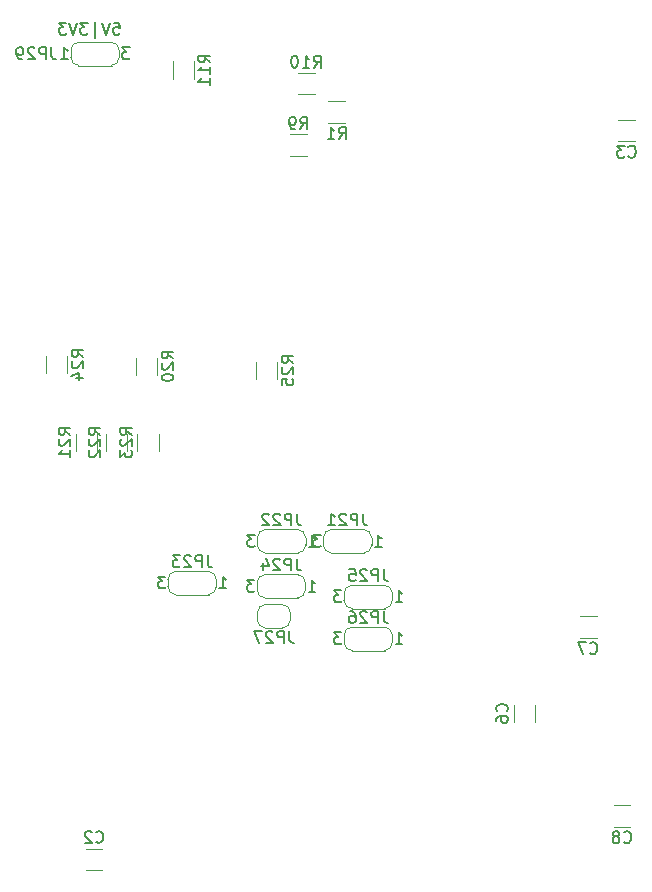
<source format=gbr>
%TF.GenerationSoftware,KiCad,Pcbnew,7.0.7-7.0.7~ubuntu20.04.1*%
%TF.CreationDate,2023-09-08T17:20:42+02:00*%
%TF.ProjectId,CPU_6809_board,4350555f-3638-4303-995f-626f6172642e,rev?*%
%TF.SameCoordinates,Original*%
%TF.FileFunction,Legend,Bot*%
%TF.FilePolarity,Positive*%
%FSLAX46Y46*%
G04 Gerber Fmt 4.6, Leading zero omitted, Abs format (unit mm)*
G04 Created by KiCad (PCBNEW 7.0.7-7.0.7~ubuntu20.04.1) date 2023-09-08 17:20:42*
%MOMM*%
%LPD*%
G01*
G04 APERTURE LIST*
%ADD10C,0.150000*%
%ADD11C,0.120000*%
G04 APERTURE END LIST*
D10*
X139826830Y-59982219D02*
X140303020Y-59982219D01*
X140303020Y-59982219D02*
X140350639Y-60458409D01*
X140350639Y-60458409D02*
X140303020Y-60410790D01*
X140303020Y-60410790D02*
X140207782Y-60363171D01*
X140207782Y-60363171D02*
X139969687Y-60363171D01*
X139969687Y-60363171D02*
X139874449Y-60410790D01*
X139874449Y-60410790D02*
X139826830Y-60458409D01*
X139826830Y-60458409D02*
X139779211Y-60553647D01*
X139779211Y-60553647D02*
X139779211Y-60791742D01*
X139779211Y-60791742D02*
X139826830Y-60886980D01*
X139826830Y-60886980D02*
X139874449Y-60934600D01*
X139874449Y-60934600D02*
X139969687Y-60982219D01*
X139969687Y-60982219D02*
X140207782Y-60982219D01*
X140207782Y-60982219D02*
X140303020Y-60934600D01*
X140303020Y-60934600D02*
X140350639Y-60886980D01*
X139493496Y-59982219D02*
X139160163Y-60982219D01*
X139160163Y-60982219D02*
X138826830Y-59982219D01*
X138255401Y-61315552D02*
X138255401Y-59886980D01*
X137636353Y-59982219D02*
X137017306Y-59982219D01*
X137017306Y-59982219D02*
X137350639Y-60363171D01*
X137350639Y-60363171D02*
X137207782Y-60363171D01*
X137207782Y-60363171D02*
X137112544Y-60410790D01*
X137112544Y-60410790D02*
X137064925Y-60458409D01*
X137064925Y-60458409D02*
X137017306Y-60553647D01*
X137017306Y-60553647D02*
X137017306Y-60791742D01*
X137017306Y-60791742D02*
X137064925Y-60886980D01*
X137064925Y-60886980D02*
X137112544Y-60934600D01*
X137112544Y-60934600D02*
X137207782Y-60982219D01*
X137207782Y-60982219D02*
X137493496Y-60982219D01*
X137493496Y-60982219D02*
X137588734Y-60934600D01*
X137588734Y-60934600D02*
X137636353Y-60886980D01*
X136731591Y-59982219D02*
X136398258Y-60982219D01*
X136398258Y-60982219D02*
X136064925Y-59982219D01*
X135826829Y-59982219D02*
X135207782Y-59982219D01*
X135207782Y-59982219D02*
X135541115Y-60363171D01*
X135541115Y-60363171D02*
X135398258Y-60363171D01*
X135398258Y-60363171D02*
X135303020Y-60410790D01*
X135303020Y-60410790D02*
X135255401Y-60458409D01*
X135255401Y-60458409D02*
X135207782Y-60553647D01*
X135207782Y-60553647D02*
X135207782Y-60791742D01*
X135207782Y-60791742D02*
X135255401Y-60886980D01*
X135255401Y-60886980D02*
X135303020Y-60934600D01*
X135303020Y-60934600D02*
X135398258Y-60982219D01*
X135398258Y-60982219D02*
X135683972Y-60982219D01*
X135683972Y-60982219D02*
X135779210Y-60934600D01*
X135779210Y-60934600D02*
X135826829Y-60886980D01*
X134557923Y-62065819D02*
X134557923Y-62780104D01*
X134557923Y-62780104D02*
X134605542Y-62922961D01*
X134605542Y-62922961D02*
X134700780Y-63018200D01*
X134700780Y-63018200D02*
X134843637Y-63065819D01*
X134843637Y-63065819D02*
X134938875Y-63065819D01*
X134081732Y-63065819D02*
X134081732Y-62065819D01*
X134081732Y-62065819D02*
X133700780Y-62065819D01*
X133700780Y-62065819D02*
X133605542Y-62113438D01*
X133605542Y-62113438D02*
X133557923Y-62161057D01*
X133557923Y-62161057D02*
X133510304Y-62256295D01*
X133510304Y-62256295D02*
X133510304Y-62399152D01*
X133510304Y-62399152D02*
X133557923Y-62494390D01*
X133557923Y-62494390D02*
X133605542Y-62542009D01*
X133605542Y-62542009D02*
X133700780Y-62589628D01*
X133700780Y-62589628D02*
X134081732Y-62589628D01*
X133129351Y-62161057D02*
X133081732Y-62113438D01*
X133081732Y-62113438D02*
X132986494Y-62065819D01*
X132986494Y-62065819D02*
X132748399Y-62065819D01*
X132748399Y-62065819D02*
X132653161Y-62113438D01*
X132653161Y-62113438D02*
X132605542Y-62161057D01*
X132605542Y-62161057D02*
X132557923Y-62256295D01*
X132557923Y-62256295D02*
X132557923Y-62351533D01*
X132557923Y-62351533D02*
X132605542Y-62494390D01*
X132605542Y-62494390D02*
X133176970Y-63065819D01*
X133176970Y-63065819D02*
X132557923Y-63065819D01*
X132081732Y-63065819D02*
X131891256Y-63065819D01*
X131891256Y-63065819D02*
X131796018Y-63018200D01*
X131796018Y-63018200D02*
X131748399Y-62970580D01*
X131748399Y-62970580D02*
X131653161Y-62827723D01*
X131653161Y-62827723D02*
X131605542Y-62637247D01*
X131605542Y-62637247D02*
X131605542Y-62256295D01*
X131605542Y-62256295D02*
X131653161Y-62161057D01*
X131653161Y-62161057D02*
X131700780Y-62113438D01*
X131700780Y-62113438D02*
X131796018Y-62065819D01*
X131796018Y-62065819D02*
X131986494Y-62065819D01*
X131986494Y-62065819D02*
X132081732Y-62113438D01*
X132081732Y-62113438D02*
X132129351Y-62161057D01*
X132129351Y-62161057D02*
X132176970Y-62256295D01*
X132176970Y-62256295D02*
X132176970Y-62494390D01*
X132176970Y-62494390D02*
X132129351Y-62589628D01*
X132129351Y-62589628D02*
X132081732Y-62637247D01*
X132081732Y-62637247D02*
X131986494Y-62684866D01*
X131986494Y-62684866D02*
X131796018Y-62684866D01*
X131796018Y-62684866D02*
X131700780Y-62637247D01*
X131700780Y-62637247D02*
X131653161Y-62589628D01*
X131653161Y-62589628D02*
X131605542Y-62494390D01*
X141190132Y-62065819D02*
X140571085Y-62065819D01*
X140571085Y-62065819D02*
X140904418Y-62446771D01*
X140904418Y-62446771D02*
X140761561Y-62446771D01*
X140761561Y-62446771D02*
X140666323Y-62494390D01*
X140666323Y-62494390D02*
X140618704Y-62542009D01*
X140618704Y-62542009D02*
X140571085Y-62637247D01*
X140571085Y-62637247D02*
X140571085Y-62875342D01*
X140571085Y-62875342D02*
X140618704Y-62970580D01*
X140618704Y-62970580D02*
X140666323Y-63018200D01*
X140666323Y-63018200D02*
X140761561Y-63065819D01*
X140761561Y-63065819D02*
X141047275Y-63065819D01*
X141047275Y-63065819D02*
X141142513Y-63018200D01*
X141142513Y-63018200D02*
X141190132Y-62970580D01*
X135371085Y-63065819D02*
X135942513Y-63065819D01*
X135656799Y-63065819D02*
X135656799Y-62065819D01*
X135656799Y-62065819D02*
X135752037Y-62208676D01*
X135752037Y-62208676D02*
X135847275Y-62303914D01*
X135847275Y-62303914D02*
X135942513Y-62351533D01*
X148020019Y-63340342D02*
X147543828Y-63007009D01*
X148020019Y-62768914D02*
X147020019Y-62768914D01*
X147020019Y-62768914D02*
X147020019Y-63149866D01*
X147020019Y-63149866D02*
X147067638Y-63245104D01*
X147067638Y-63245104D02*
X147115257Y-63292723D01*
X147115257Y-63292723D02*
X147210495Y-63340342D01*
X147210495Y-63340342D02*
X147353352Y-63340342D01*
X147353352Y-63340342D02*
X147448590Y-63292723D01*
X147448590Y-63292723D02*
X147496209Y-63245104D01*
X147496209Y-63245104D02*
X147543828Y-63149866D01*
X147543828Y-63149866D02*
X147543828Y-62768914D01*
X148020019Y-64292723D02*
X148020019Y-63721295D01*
X148020019Y-64007009D02*
X147020019Y-64007009D01*
X147020019Y-64007009D02*
X147162876Y-63911771D01*
X147162876Y-63911771D02*
X147258114Y-63816533D01*
X147258114Y-63816533D02*
X147305733Y-63721295D01*
X148020019Y-65245104D02*
X148020019Y-64673676D01*
X148020019Y-64959390D02*
X147020019Y-64959390D01*
X147020019Y-64959390D02*
X147162876Y-64864152D01*
X147162876Y-64864152D02*
X147258114Y-64768914D01*
X147258114Y-64768914D02*
X147305733Y-64673676D01*
X138344466Y-129319580D02*
X138392085Y-129367200D01*
X138392085Y-129367200D02*
X138534942Y-129414819D01*
X138534942Y-129414819D02*
X138630180Y-129414819D01*
X138630180Y-129414819D02*
X138773037Y-129367200D01*
X138773037Y-129367200D02*
X138868275Y-129271961D01*
X138868275Y-129271961D02*
X138915894Y-129176723D01*
X138915894Y-129176723D02*
X138963513Y-128986247D01*
X138963513Y-128986247D02*
X138963513Y-128843390D01*
X138963513Y-128843390D02*
X138915894Y-128652914D01*
X138915894Y-128652914D02*
X138868275Y-128557676D01*
X138868275Y-128557676D02*
X138773037Y-128462438D01*
X138773037Y-128462438D02*
X138630180Y-128414819D01*
X138630180Y-128414819D02*
X138534942Y-128414819D01*
X138534942Y-128414819D02*
X138392085Y-128462438D01*
X138392085Y-128462438D02*
X138344466Y-128510057D01*
X137963513Y-128510057D02*
X137915894Y-128462438D01*
X137915894Y-128462438D02*
X137820656Y-128414819D01*
X137820656Y-128414819D02*
X137582561Y-128414819D01*
X137582561Y-128414819D02*
X137487323Y-128462438D01*
X137487323Y-128462438D02*
X137439704Y-128510057D01*
X137439704Y-128510057D02*
X137392085Y-128605295D01*
X137392085Y-128605295D02*
X137392085Y-128700533D01*
X137392085Y-128700533D02*
X137439704Y-128843390D01*
X137439704Y-128843390D02*
X138011132Y-129414819D01*
X138011132Y-129414819D02*
X137392085Y-129414819D01*
X141382819Y-94861142D02*
X140906628Y-94527809D01*
X141382819Y-94289714D02*
X140382819Y-94289714D01*
X140382819Y-94289714D02*
X140382819Y-94670666D01*
X140382819Y-94670666D02*
X140430438Y-94765904D01*
X140430438Y-94765904D02*
X140478057Y-94813523D01*
X140478057Y-94813523D02*
X140573295Y-94861142D01*
X140573295Y-94861142D02*
X140716152Y-94861142D01*
X140716152Y-94861142D02*
X140811390Y-94813523D01*
X140811390Y-94813523D02*
X140859009Y-94765904D01*
X140859009Y-94765904D02*
X140906628Y-94670666D01*
X140906628Y-94670666D02*
X140906628Y-94289714D01*
X140478057Y-95242095D02*
X140430438Y-95289714D01*
X140430438Y-95289714D02*
X140382819Y-95384952D01*
X140382819Y-95384952D02*
X140382819Y-95623047D01*
X140382819Y-95623047D02*
X140430438Y-95718285D01*
X140430438Y-95718285D02*
X140478057Y-95765904D01*
X140478057Y-95765904D02*
X140573295Y-95813523D01*
X140573295Y-95813523D02*
X140668533Y-95813523D01*
X140668533Y-95813523D02*
X140811390Y-95765904D01*
X140811390Y-95765904D02*
X141382819Y-95194476D01*
X141382819Y-95194476D02*
X141382819Y-95813523D01*
X140382819Y-96146857D02*
X140382819Y-96765904D01*
X140382819Y-96765904D02*
X140763771Y-96432571D01*
X140763771Y-96432571D02*
X140763771Y-96575428D01*
X140763771Y-96575428D02*
X140811390Y-96670666D01*
X140811390Y-96670666D02*
X140859009Y-96718285D01*
X140859009Y-96718285D02*
X140954247Y-96765904D01*
X140954247Y-96765904D02*
X141192342Y-96765904D01*
X141192342Y-96765904D02*
X141287580Y-96718285D01*
X141287580Y-96718285D02*
X141335200Y-96670666D01*
X141335200Y-96670666D02*
X141382819Y-96575428D01*
X141382819Y-96575428D02*
X141382819Y-96289714D01*
X141382819Y-96289714D02*
X141335200Y-96194476D01*
X141335200Y-96194476D02*
X141287580Y-96146857D01*
X154710523Y-111490819D02*
X154710523Y-112205104D01*
X154710523Y-112205104D02*
X154758142Y-112347961D01*
X154758142Y-112347961D02*
X154853380Y-112443200D01*
X154853380Y-112443200D02*
X154996237Y-112490819D01*
X154996237Y-112490819D02*
X155091475Y-112490819D01*
X154234332Y-112490819D02*
X154234332Y-111490819D01*
X154234332Y-111490819D02*
X153853380Y-111490819D01*
X153853380Y-111490819D02*
X153758142Y-111538438D01*
X153758142Y-111538438D02*
X153710523Y-111586057D01*
X153710523Y-111586057D02*
X153662904Y-111681295D01*
X153662904Y-111681295D02*
X153662904Y-111824152D01*
X153662904Y-111824152D02*
X153710523Y-111919390D01*
X153710523Y-111919390D02*
X153758142Y-111967009D01*
X153758142Y-111967009D02*
X153853380Y-112014628D01*
X153853380Y-112014628D02*
X154234332Y-112014628D01*
X153281951Y-111586057D02*
X153234332Y-111538438D01*
X153234332Y-111538438D02*
X153139094Y-111490819D01*
X153139094Y-111490819D02*
X152900999Y-111490819D01*
X152900999Y-111490819D02*
X152805761Y-111538438D01*
X152805761Y-111538438D02*
X152758142Y-111586057D01*
X152758142Y-111586057D02*
X152710523Y-111681295D01*
X152710523Y-111681295D02*
X152710523Y-111776533D01*
X152710523Y-111776533D02*
X152758142Y-111919390D01*
X152758142Y-111919390D02*
X153329570Y-112490819D01*
X153329570Y-112490819D02*
X152710523Y-112490819D01*
X152377189Y-111490819D02*
X151710523Y-111490819D01*
X151710523Y-111490819D02*
X152139094Y-112490819D01*
X144895819Y-88410142D02*
X144419628Y-88076809D01*
X144895819Y-87838714D02*
X143895819Y-87838714D01*
X143895819Y-87838714D02*
X143895819Y-88219666D01*
X143895819Y-88219666D02*
X143943438Y-88314904D01*
X143943438Y-88314904D02*
X143991057Y-88362523D01*
X143991057Y-88362523D02*
X144086295Y-88410142D01*
X144086295Y-88410142D02*
X144229152Y-88410142D01*
X144229152Y-88410142D02*
X144324390Y-88362523D01*
X144324390Y-88362523D02*
X144372009Y-88314904D01*
X144372009Y-88314904D02*
X144419628Y-88219666D01*
X144419628Y-88219666D02*
X144419628Y-87838714D01*
X143991057Y-88791095D02*
X143943438Y-88838714D01*
X143943438Y-88838714D02*
X143895819Y-88933952D01*
X143895819Y-88933952D02*
X143895819Y-89172047D01*
X143895819Y-89172047D02*
X143943438Y-89267285D01*
X143943438Y-89267285D02*
X143991057Y-89314904D01*
X143991057Y-89314904D02*
X144086295Y-89362523D01*
X144086295Y-89362523D02*
X144181533Y-89362523D01*
X144181533Y-89362523D02*
X144324390Y-89314904D01*
X144324390Y-89314904D02*
X144895819Y-88743476D01*
X144895819Y-88743476D02*
X144895819Y-89362523D01*
X143895819Y-89981571D02*
X143895819Y-90076809D01*
X143895819Y-90076809D02*
X143943438Y-90172047D01*
X143943438Y-90172047D02*
X143991057Y-90219666D01*
X143991057Y-90219666D02*
X144086295Y-90267285D01*
X144086295Y-90267285D02*
X144276771Y-90314904D01*
X144276771Y-90314904D02*
X144514866Y-90314904D01*
X144514866Y-90314904D02*
X144705342Y-90267285D01*
X144705342Y-90267285D02*
X144800580Y-90219666D01*
X144800580Y-90219666D02*
X144848200Y-90172047D01*
X144848200Y-90172047D02*
X144895819Y-90076809D01*
X144895819Y-90076809D02*
X144895819Y-89981571D01*
X144895819Y-89981571D02*
X144848200Y-89886333D01*
X144848200Y-89886333D02*
X144800580Y-89838714D01*
X144800580Y-89838714D02*
X144705342Y-89791095D01*
X144705342Y-89791095D02*
X144514866Y-89743476D01*
X144514866Y-89743476D02*
X144276771Y-89743476D01*
X144276771Y-89743476D02*
X144086295Y-89791095D01*
X144086295Y-89791095D02*
X143991057Y-89838714D01*
X143991057Y-89838714D02*
X143943438Y-89886333D01*
X143943438Y-89886333D02*
X143895819Y-89981571D01*
X138715819Y-94861142D02*
X138239628Y-94527809D01*
X138715819Y-94289714D02*
X137715819Y-94289714D01*
X137715819Y-94289714D02*
X137715819Y-94670666D01*
X137715819Y-94670666D02*
X137763438Y-94765904D01*
X137763438Y-94765904D02*
X137811057Y-94813523D01*
X137811057Y-94813523D02*
X137906295Y-94861142D01*
X137906295Y-94861142D02*
X138049152Y-94861142D01*
X138049152Y-94861142D02*
X138144390Y-94813523D01*
X138144390Y-94813523D02*
X138192009Y-94765904D01*
X138192009Y-94765904D02*
X138239628Y-94670666D01*
X138239628Y-94670666D02*
X138239628Y-94289714D01*
X137811057Y-95242095D02*
X137763438Y-95289714D01*
X137763438Y-95289714D02*
X137715819Y-95384952D01*
X137715819Y-95384952D02*
X137715819Y-95623047D01*
X137715819Y-95623047D02*
X137763438Y-95718285D01*
X137763438Y-95718285D02*
X137811057Y-95765904D01*
X137811057Y-95765904D02*
X137906295Y-95813523D01*
X137906295Y-95813523D02*
X138001533Y-95813523D01*
X138001533Y-95813523D02*
X138144390Y-95765904D01*
X138144390Y-95765904D02*
X138715819Y-95194476D01*
X138715819Y-95194476D02*
X138715819Y-95813523D01*
X137811057Y-96194476D02*
X137763438Y-96242095D01*
X137763438Y-96242095D02*
X137715819Y-96337333D01*
X137715819Y-96337333D02*
X137715819Y-96575428D01*
X137715819Y-96575428D02*
X137763438Y-96670666D01*
X137763438Y-96670666D02*
X137811057Y-96718285D01*
X137811057Y-96718285D02*
X137906295Y-96765904D01*
X137906295Y-96765904D02*
X138001533Y-96765904D01*
X138001533Y-96765904D02*
X138144390Y-96718285D01*
X138144390Y-96718285D02*
X138715819Y-96146857D01*
X138715819Y-96146857D02*
X138715819Y-96765904D01*
X137275819Y-88283142D02*
X136799628Y-87949809D01*
X137275819Y-87711714D02*
X136275819Y-87711714D01*
X136275819Y-87711714D02*
X136275819Y-88092666D01*
X136275819Y-88092666D02*
X136323438Y-88187904D01*
X136323438Y-88187904D02*
X136371057Y-88235523D01*
X136371057Y-88235523D02*
X136466295Y-88283142D01*
X136466295Y-88283142D02*
X136609152Y-88283142D01*
X136609152Y-88283142D02*
X136704390Y-88235523D01*
X136704390Y-88235523D02*
X136752009Y-88187904D01*
X136752009Y-88187904D02*
X136799628Y-88092666D01*
X136799628Y-88092666D02*
X136799628Y-87711714D01*
X136371057Y-88664095D02*
X136323438Y-88711714D01*
X136323438Y-88711714D02*
X136275819Y-88806952D01*
X136275819Y-88806952D02*
X136275819Y-89045047D01*
X136275819Y-89045047D02*
X136323438Y-89140285D01*
X136323438Y-89140285D02*
X136371057Y-89187904D01*
X136371057Y-89187904D02*
X136466295Y-89235523D01*
X136466295Y-89235523D02*
X136561533Y-89235523D01*
X136561533Y-89235523D02*
X136704390Y-89187904D01*
X136704390Y-89187904D02*
X137275819Y-88616476D01*
X137275819Y-88616476D02*
X137275819Y-89235523D01*
X136609152Y-90092666D02*
X137275819Y-90092666D01*
X136228200Y-89854571D02*
X136942485Y-89616476D01*
X136942485Y-89616476D02*
X136942485Y-90235523D01*
X147791323Y-105071419D02*
X147791323Y-105785704D01*
X147791323Y-105785704D02*
X147838942Y-105928561D01*
X147838942Y-105928561D02*
X147934180Y-106023800D01*
X147934180Y-106023800D02*
X148077037Y-106071419D01*
X148077037Y-106071419D02*
X148172275Y-106071419D01*
X147315132Y-106071419D02*
X147315132Y-105071419D01*
X147315132Y-105071419D02*
X146934180Y-105071419D01*
X146934180Y-105071419D02*
X146838942Y-105119038D01*
X146838942Y-105119038D02*
X146791323Y-105166657D01*
X146791323Y-105166657D02*
X146743704Y-105261895D01*
X146743704Y-105261895D02*
X146743704Y-105404752D01*
X146743704Y-105404752D02*
X146791323Y-105499990D01*
X146791323Y-105499990D02*
X146838942Y-105547609D01*
X146838942Y-105547609D02*
X146934180Y-105595228D01*
X146934180Y-105595228D02*
X147315132Y-105595228D01*
X146362751Y-105166657D02*
X146315132Y-105119038D01*
X146315132Y-105119038D02*
X146219894Y-105071419D01*
X146219894Y-105071419D02*
X145981799Y-105071419D01*
X145981799Y-105071419D02*
X145886561Y-105119038D01*
X145886561Y-105119038D02*
X145838942Y-105166657D01*
X145838942Y-105166657D02*
X145791323Y-105261895D01*
X145791323Y-105261895D02*
X145791323Y-105357133D01*
X145791323Y-105357133D02*
X145838942Y-105499990D01*
X145838942Y-105499990D02*
X146410370Y-106071419D01*
X146410370Y-106071419D02*
X145791323Y-106071419D01*
X145457989Y-105071419D02*
X144838942Y-105071419D01*
X144838942Y-105071419D02*
X145172275Y-105452371D01*
X145172275Y-105452371D02*
X145029418Y-105452371D01*
X145029418Y-105452371D02*
X144934180Y-105499990D01*
X144934180Y-105499990D02*
X144886561Y-105547609D01*
X144886561Y-105547609D02*
X144838942Y-105642847D01*
X144838942Y-105642847D02*
X144838942Y-105880942D01*
X144838942Y-105880942D02*
X144886561Y-105976180D01*
X144886561Y-105976180D02*
X144934180Y-106023800D01*
X144934180Y-106023800D02*
X145029418Y-106071419D01*
X145029418Y-106071419D02*
X145315132Y-106071419D01*
X145315132Y-106071419D02*
X145410370Y-106023800D01*
X145410370Y-106023800D02*
X145457989Y-105976180D01*
X144215132Y-106871419D02*
X143596085Y-106871419D01*
X143596085Y-106871419D02*
X143929418Y-107252371D01*
X143929418Y-107252371D02*
X143786561Y-107252371D01*
X143786561Y-107252371D02*
X143691323Y-107299990D01*
X143691323Y-107299990D02*
X143643704Y-107347609D01*
X143643704Y-107347609D02*
X143596085Y-107442847D01*
X143596085Y-107442847D02*
X143596085Y-107680942D01*
X143596085Y-107680942D02*
X143643704Y-107776180D01*
X143643704Y-107776180D02*
X143691323Y-107823800D01*
X143691323Y-107823800D02*
X143786561Y-107871419D01*
X143786561Y-107871419D02*
X144072275Y-107871419D01*
X144072275Y-107871419D02*
X144167513Y-107823800D01*
X144167513Y-107823800D02*
X144215132Y-107776180D01*
X148796085Y-107871419D02*
X149367513Y-107871419D01*
X149081799Y-107871419D02*
X149081799Y-106871419D01*
X149081799Y-106871419D02*
X149177037Y-107014276D01*
X149177037Y-107014276D02*
X149272275Y-107109514D01*
X149272275Y-107109514D02*
X149367513Y-107157133D01*
X136175819Y-94861142D02*
X135699628Y-94527809D01*
X136175819Y-94289714D02*
X135175819Y-94289714D01*
X135175819Y-94289714D02*
X135175819Y-94670666D01*
X135175819Y-94670666D02*
X135223438Y-94765904D01*
X135223438Y-94765904D02*
X135271057Y-94813523D01*
X135271057Y-94813523D02*
X135366295Y-94861142D01*
X135366295Y-94861142D02*
X135509152Y-94861142D01*
X135509152Y-94861142D02*
X135604390Y-94813523D01*
X135604390Y-94813523D02*
X135652009Y-94765904D01*
X135652009Y-94765904D02*
X135699628Y-94670666D01*
X135699628Y-94670666D02*
X135699628Y-94289714D01*
X135271057Y-95242095D02*
X135223438Y-95289714D01*
X135223438Y-95289714D02*
X135175819Y-95384952D01*
X135175819Y-95384952D02*
X135175819Y-95623047D01*
X135175819Y-95623047D02*
X135223438Y-95718285D01*
X135223438Y-95718285D02*
X135271057Y-95765904D01*
X135271057Y-95765904D02*
X135366295Y-95813523D01*
X135366295Y-95813523D02*
X135461533Y-95813523D01*
X135461533Y-95813523D02*
X135604390Y-95765904D01*
X135604390Y-95765904D02*
X136175819Y-95194476D01*
X136175819Y-95194476D02*
X136175819Y-95813523D01*
X136175819Y-96765904D02*
X136175819Y-96194476D01*
X136175819Y-96480190D02*
X135175819Y-96480190D01*
X135175819Y-96480190D02*
X135318676Y-96384952D01*
X135318676Y-96384952D02*
X135413914Y-96289714D01*
X135413914Y-96289714D02*
X135461533Y-96194476D01*
X158896866Y-69833819D02*
X159230199Y-69357628D01*
X159468294Y-69833819D02*
X159468294Y-68833819D01*
X159468294Y-68833819D02*
X159087342Y-68833819D01*
X159087342Y-68833819D02*
X158992104Y-68881438D01*
X158992104Y-68881438D02*
X158944485Y-68929057D01*
X158944485Y-68929057D02*
X158896866Y-69024295D01*
X158896866Y-69024295D02*
X158896866Y-69167152D01*
X158896866Y-69167152D02*
X158944485Y-69262390D01*
X158944485Y-69262390D02*
X158992104Y-69310009D01*
X158992104Y-69310009D02*
X159087342Y-69357628D01*
X159087342Y-69357628D02*
X159468294Y-69357628D01*
X157944485Y-69833819D02*
X158515913Y-69833819D01*
X158230199Y-69833819D02*
X158230199Y-68833819D01*
X158230199Y-68833819D02*
X158325437Y-68976676D01*
X158325437Y-68976676D02*
X158420675Y-69071914D01*
X158420675Y-69071914D02*
X158515913Y-69119533D01*
X155055819Y-88791142D02*
X154579628Y-88457809D01*
X155055819Y-88219714D02*
X154055819Y-88219714D01*
X154055819Y-88219714D02*
X154055819Y-88600666D01*
X154055819Y-88600666D02*
X154103438Y-88695904D01*
X154103438Y-88695904D02*
X154151057Y-88743523D01*
X154151057Y-88743523D02*
X154246295Y-88791142D01*
X154246295Y-88791142D02*
X154389152Y-88791142D01*
X154389152Y-88791142D02*
X154484390Y-88743523D01*
X154484390Y-88743523D02*
X154532009Y-88695904D01*
X154532009Y-88695904D02*
X154579628Y-88600666D01*
X154579628Y-88600666D02*
X154579628Y-88219714D01*
X154151057Y-89172095D02*
X154103438Y-89219714D01*
X154103438Y-89219714D02*
X154055819Y-89314952D01*
X154055819Y-89314952D02*
X154055819Y-89553047D01*
X154055819Y-89553047D02*
X154103438Y-89648285D01*
X154103438Y-89648285D02*
X154151057Y-89695904D01*
X154151057Y-89695904D02*
X154246295Y-89743523D01*
X154246295Y-89743523D02*
X154341533Y-89743523D01*
X154341533Y-89743523D02*
X154484390Y-89695904D01*
X154484390Y-89695904D02*
X155055819Y-89124476D01*
X155055819Y-89124476D02*
X155055819Y-89743523D01*
X154055819Y-90648285D02*
X154055819Y-90172095D01*
X154055819Y-90172095D02*
X154532009Y-90124476D01*
X154532009Y-90124476D02*
X154484390Y-90172095D01*
X154484390Y-90172095D02*
X154436771Y-90267333D01*
X154436771Y-90267333D02*
X154436771Y-90505428D01*
X154436771Y-90505428D02*
X154484390Y-90600666D01*
X154484390Y-90600666D02*
X154532009Y-90648285D01*
X154532009Y-90648285D02*
X154627247Y-90695904D01*
X154627247Y-90695904D02*
X154865342Y-90695904D01*
X154865342Y-90695904D02*
X154960580Y-90648285D01*
X154960580Y-90648285D02*
X155008200Y-90600666D01*
X155008200Y-90600666D02*
X155055819Y-90505428D01*
X155055819Y-90505428D02*
X155055819Y-90267333D01*
X155055819Y-90267333D02*
X155008200Y-90172095D01*
X155008200Y-90172095D02*
X154960580Y-90124476D01*
X180174666Y-113345385D02*
X180222285Y-113393005D01*
X180222285Y-113393005D02*
X180365142Y-113440624D01*
X180365142Y-113440624D02*
X180460380Y-113440624D01*
X180460380Y-113440624D02*
X180603237Y-113393005D01*
X180603237Y-113393005D02*
X180698475Y-113297766D01*
X180698475Y-113297766D02*
X180746094Y-113202528D01*
X180746094Y-113202528D02*
X180793713Y-113012052D01*
X180793713Y-113012052D02*
X180793713Y-112869195D01*
X180793713Y-112869195D02*
X180746094Y-112678719D01*
X180746094Y-112678719D02*
X180698475Y-112583481D01*
X180698475Y-112583481D02*
X180603237Y-112488243D01*
X180603237Y-112488243D02*
X180460380Y-112440624D01*
X180460380Y-112440624D02*
X180365142Y-112440624D01*
X180365142Y-112440624D02*
X180222285Y-112488243D01*
X180222285Y-112488243D02*
X180174666Y-112535862D01*
X179841332Y-112440624D02*
X179174666Y-112440624D01*
X179174666Y-112440624D02*
X179603237Y-113440624D01*
X162696523Y-106245819D02*
X162696523Y-106960104D01*
X162696523Y-106960104D02*
X162744142Y-107102961D01*
X162744142Y-107102961D02*
X162839380Y-107198200D01*
X162839380Y-107198200D02*
X162982237Y-107245819D01*
X162982237Y-107245819D02*
X163077475Y-107245819D01*
X162220332Y-107245819D02*
X162220332Y-106245819D01*
X162220332Y-106245819D02*
X161839380Y-106245819D01*
X161839380Y-106245819D02*
X161744142Y-106293438D01*
X161744142Y-106293438D02*
X161696523Y-106341057D01*
X161696523Y-106341057D02*
X161648904Y-106436295D01*
X161648904Y-106436295D02*
X161648904Y-106579152D01*
X161648904Y-106579152D02*
X161696523Y-106674390D01*
X161696523Y-106674390D02*
X161744142Y-106722009D01*
X161744142Y-106722009D02*
X161839380Y-106769628D01*
X161839380Y-106769628D02*
X162220332Y-106769628D01*
X161267951Y-106341057D02*
X161220332Y-106293438D01*
X161220332Y-106293438D02*
X161125094Y-106245819D01*
X161125094Y-106245819D02*
X160886999Y-106245819D01*
X160886999Y-106245819D02*
X160791761Y-106293438D01*
X160791761Y-106293438D02*
X160744142Y-106341057D01*
X160744142Y-106341057D02*
X160696523Y-106436295D01*
X160696523Y-106436295D02*
X160696523Y-106531533D01*
X160696523Y-106531533D02*
X160744142Y-106674390D01*
X160744142Y-106674390D02*
X161315570Y-107245819D01*
X161315570Y-107245819D02*
X160696523Y-107245819D01*
X159791761Y-106245819D02*
X160267951Y-106245819D01*
X160267951Y-106245819D02*
X160315570Y-106722009D01*
X160315570Y-106722009D02*
X160267951Y-106674390D01*
X160267951Y-106674390D02*
X160172713Y-106626771D01*
X160172713Y-106626771D02*
X159934618Y-106626771D01*
X159934618Y-106626771D02*
X159839380Y-106674390D01*
X159839380Y-106674390D02*
X159791761Y-106722009D01*
X159791761Y-106722009D02*
X159744142Y-106817247D01*
X159744142Y-106817247D02*
X159744142Y-107055342D01*
X159744142Y-107055342D02*
X159791761Y-107150580D01*
X159791761Y-107150580D02*
X159839380Y-107198200D01*
X159839380Y-107198200D02*
X159934618Y-107245819D01*
X159934618Y-107245819D02*
X160172713Y-107245819D01*
X160172713Y-107245819D02*
X160267951Y-107198200D01*
X160267951Y-107198200D02*
X160315570Y-107150580D01*
X163701285Y-109045819D02*
X164272713Y-109045819D01*
X163986999Y-109045819D02*
X163986999Y-108045819D01*
X163986999Y-108045819D02*
X164082237Y-108188676D01*
X164082237Y-108188676D02*
X164177475Y-108283914D01*
X164177475Y-108283914D02*
X164272713Y-108331533D01*
X159120332Y-108045819D02*
X158501285Y-108045819D01*
X158501285Y-108045819D02*
X158834618Y-108426771D01*
X158834618Y-108426771D02*
X158691761Y-108426771D01*
X158691761Y-108426771D02*
X158596523Y-108474390D01*
X158596523Y-108474390D02*
X158548904Y-108522009D01*
X158548904Y-108522009D02*
X158501285Y-108617247D01*
X158501285Y-108617247D02*
X158501285Y-108855342D01*
X158501285Y-108855342D02*
X158548904Y-108950580D01*
X158548904Y-108950580D02*
X158596523Y-108998200D01*
X158596523Y-108998200D02*
X158691761Y-109045819D01*
X158691761Y-109045819D02*
X158977475Y-109045819D01*
X158977475Y-109045819D02*
X159072713Y-108998200D01*
X159072713Y-108998200D02*
X159120332Y-108950580D01*
X183046666Y-129347385D02*
X183094285Y-129395005D01*
X183094285Y-129395005D02*
X183237142Y-129442624D01*
X183237142Y-129442624D02*
X183332380Y-129442624D01*
X183332380Y-129442624D02*
X183475237Y-129395005D01*
X183475237Y-129395005D02*
X183570475Y-129299766D01*
X183570475Y-129299766D02*
X183618094Y-129204528D01*
X183618094Y-129204528D02*
X183665713Y-129014052D01*
X183665713Y-129014052D02*
X183665713Y-128871195D01*
X183665713Y-128871195D02*
X183618094Y-128680719D01*
X183618094Y-128680719D02*
X183570475Y-128585481D01*
X183570475Y-128585481D02*
X183475237Y-128490243D01*
X183475237Y-128490243D02*
X183332380Y-128442624D01*
X183332380Y-128442624D02*
X183237142Y-128442624D01*
X183237142Y-128442624D02*
X183094285Y-128490243D01*
X183094285Y-128490243D02*
X183046666Y-128537862D01*
X182475237Y-128871195D02*
X182570475Y-128823576D01*
X182570475Y-128823576D02*
X182618094Y-128775957D01*
X182618094Y-128775957D02*
X182665713Y-128680719D01*
X182665713Y-128680719D02*
X182665713Y-128633100D01*
X182665713Y-128633100D02*
X182618094Y-128537862D01*
X182618094Y-128537862D02*
X182570475Y-128490243D01*
X182570475Y-128490243D02*
X182475237Y-128442624D01*
X182475237Y-128442624D02*
X182284761Y-128442624D01*
X182284761Y-128442624D02*
X182189523Y-128490243D01*
X182189523Y-128490243D02*
X182141904Y-128537862D01*
X182141904Y-128537862D02*
X182094285Y-128633100D01*
X182094285Y-128633100D02*
X182094285Y-128680719D01*
X182094285Y-128680719D02*
X182141904Y-128775957D01*
X182141904Y-128775957D02*
X182189523Y-128823576D01*
X182189523Y-128823576D02*
X182284761Y-128871195D01*
X182284761Y-128871195D02*
X182475237Y-128871195D01*
X182475237Y-128871195D02*
X182570475Y-128918814D01*
X182570475Y-128918814D02*
X182618094Y-128966433D01*
X182618094Y-128966433D02*
X182665713Y-129061671D01*
X182665713Y-129061671D02*
X182665713Y-129252147D01*
X182665713Y-129252147D02*
X182618094Y-129347385D01*
X182618094Y-129347385D02*
X182570475Y-129395005D01*
X182570475Y-129395005D02*
X182475237Y-129442624D01*
X182475237Y-129442624D02*
X182284761Y-129442624D01*
X182284761Y-129442624D02*
X182189523Y-129395005D01*
X182189523Y-129395005D02*
X182141904Y-129347385D01*
X182141904Y-129347385D02*
X182094285Y-129252147D01*
X182094285Y-129252147D02*
X182094285Y-129061671D01*
X182094285Y-129061671D02*
X182141904Y-128966433D01*
X182141904Y-128966433D02*
X182189523Y-128918814D01*
X182189523Y-128918814D02*
X182284761Y-128871195D01*
X183427666Y-71297580D02*
X183475285Y-71345200D01*
X183475285Y-71345200D02*
X183618142Y-71392819D01*
X183618142Y-71392819D02*
X183713380Y-71392819D01*
X183713380Y-71392819D02*
X183856237Y-71345200D01*
X183856237Y-71345200D02*
X183951475Y-71249961D01*
X183951475Y-71249961D02*
X183999094Y-71154723D01*
X183999094Y-71154723D02*
X184046713Y-70964247D01*
X184046713Y-70964247D02*
X184046713Y-70821390D01*
X184046713Y-70821390D02*
X183999094Y-70630914D01*
X183999094Y-70630914D02*
X183951475Y-70535676D01*
X183951475Y-70535676D02*
X183856237Y-70440438D01*
X183856237Y-70440438D02*
X183713380Y-70392819D01*
X183713380Y-70392819D02*
X183618142Y-70392819D01*
X183618142Y-70392819D02*
X183475285Y-70440438D01*
X183475285Y-70440438D02*
X183427666Y-70488057D01*
X183094332Y-70392819D02*
X182475285Y-70392819D01*
X182475285Y-70392819D02*
X182808618Y-70773771D01*
X182808618Y-70773771D02*
X182665761Y-70773771D01*
X182665761Y-70773771D02*
X182570523Y-70821390D01*
X182570523Y-70821390D02*
X182522904Y-70869009D01*
X182522904Y-70869009D02*
X182475285Y-70964247D01*
X182475285Y-70964247D02*
X182475285Y-71202342D01*
X182475285Y-71202342D02*
X182522904Y-71297580D01*
X182522904Y-71297580D02*
X182570523Y-71345200D01*
X182570523Y-71345200D02*
X182665761Y-71392819D01*
X182665761Y-71392819D02*
X182951475Y-71392819D01*
X182951475Y-71392819D02*
X183046713Y-71345200D01*
X183046713Y-71345200D02*
X183094332Y-71297580D01*
X160948523Y-101540819D02*
X160948523Y-102255104D01*
X160948523Y-102255104D02*
X160996142Y-102397961D01*
X160996142Y-102397961D02*
X161091380Y-102493200D01*
X161091380Y-102493200D02*
X161234237Y-102540819D01*
X161234237Y-102540819D02*
X161329475Y-102540819D01*
X160472332Y-102540819D02*
X160472332Y-101540819D01*
X160472332Y-101540819D02*
X160091380Y-101540819D01*
X160091380Y-101540819D02*
X159996142Y-101588438D01*
X159996142Y-101588438D02*
X159948523Y-101636057D01*
X159948523Y-101636057D02*
X159900904Y-101731295D01*
X159900904Y-101731295D02*
X159900904Y-101874152D01*
X159900904Y-101874152D02*
X159948523Y-101969390D01*
X159948523Y-101969390D02*
X159996142Y-102017009D01*
X159996142Y-102017009D02*
X160091380Y-102064628D01*
X160091380Y-102064628D02*
X160472332Y-102064628D01*
X159519951Y-101636057D02*
X159472332Y-101588438D01*
X159472332Y-101588438D02*
X159377094Y-101540819D01*
X159377094Y-101540819D02*
X159138999Y-101540819D01*
X159138999Y-101540819D02*
X159043761Y-101588438D01*
X159043761Y-101588438D02*
X158996142Y-101636057D01*
X158996142Y-101636057D02*
X158948523Y-101731295D01*
X158948523Y-101731295D02*
X158948523Y-101826533D01*
X158948523Y-101826533D02*
X158996142Y-101969390D01*
X158996142Y-101969390D02*
X159567570Y-102540819D01*
X159567570Y-102540819D02*
X158948523Y-102540819D01*
X157996142Y-102540819D02*
X158567570Y-102540819D01*
X158281856Y-102540819D02*
X158281856Y-101540819D01*
X158281856Y-101540819D02*
X158377094Y-101683676D01*
X158377094Y-101683676D02*
X158472332Y-101778914D01*
X158472332Y-101778914D02*
X158567570Y-101826533D01*
X157372332Y-103340819D02*
X156753285Y-103340819D01*
X156753285Y-103340819D02*
X157086618Y-103721771D01*
X157086618Y-103721771D02*
X156943761Y-103721771D01*
X156943761Y-103721771D02*
X156848523Y-103769390D01*
X156848523Y-103769390D02*
X156800904Y-103817009D01*
X156800904Y-103817009D02*
X156753285Y-103912247D01*
X156753285Y-103912247D02*
X156753285Y-104150342D01*
X156753285Y-104150342D02*
X156800904Y-104245580D01*
X156800904Y-104245580D02*
X156848523Y-104293200D01*
X156848523Y-104293200D02*
X156943761Y-104340819D01*
X156943761Y-104340819D02*
X157229475Y-104340819D01*
X157229475Y-104340819D02*
X157324713Y-104293200D01*
X157324713Y-104293200D02*
X157372332Y-104245580D01*
X161953285Y-104340819D02*
X162524713Y-104340819D01*
X162238999Y-104340819D02*
X162238999Y-103340819D01*
X162238999Y-103340819D02*
X162334237Y-103483676D01*
X162334237Y-103483676D02*
X162429475Y-103578914D01*
X162429475Y-103578914D02*
X162524713Y-103626533D01*
X156781657Y-63780819D02*
X157114990Y-63304628D01*
X157353085Y-63780819D02*
X157353085Y-62780819D01*
X157353085Y-62780819D02*
X156972133Y-62780819D01*
X156972133Y-62780819D02*
X156876895Y-62828438D01*
X156876895Y-62828438D02*
X156829276Y-62876057D01*
X156829276Y-62876057D02*
X156781657Y-62971295D01*
X156781657Y-62971295D02*
X156781657Y-63114152D01*
X156781657Y-63114152D02*
X156829276Y-63209390D01*
X156829276Y-63209390D02*
X156876895Y-63257009D01*
X156876895Y-63257009D02*
X156972133Y-63304628D01*
X156972133Y-63304628D02*
X157353085Y-63304628D01*
X155829276Y-63780819D02*
X156400704Y-63780819D01*
X156114990Y-63780819D02*
X156114990Y-62780819D01*
X156114990Y-62780819D02*
X156210228Y-62923676D01*
X156210228Y-62923676D02*
X156305466Y-63018914D01*
X156305466Y-63018914D02*
X156400704Y-63066533D01*
X155210228Y-62780819D02*
X155114990Y-62780819D01*
X155114990Y-62780819D02*
X155019752Y-62828438D01*
X155019752Y-62828438D02*
X154972133Y-62876057D01*
X154972133Y-62876057D02*
X154924514Y-62971295D01*
X154924514Y-62971295D02*
X154876895Y-63161771D01*
X154876895Y-63161771D02*
X154876895Y-63399866D01*
X154876895Y-63399866D02*
X154924514Y-63590342D01*
X154924514Y-63590342D02*
X154972133Y-63685580D01*
X154972133Y-63685580D02*
X155019752Y-63733200D01*
X155019752Y-63733200D02*
X155114990Y-63780819D01*
X155114990Y-63780819D02*
X155210228Y-63780819D01*
X155210228Y-63780819D02*
X155305466Y-63733200D01*
X155305466Y-63733200D02*
X155353085Y-63685580D01*
X155353085Y-63685580D02*
X155400704Y-63590342D01*
X155400704Y-63590342D02*
X155448323Y-63399866D01*
X155448323Y-63399866D02*
X155448323Y-63161771D01*
X155448323Y-63161771D02*
X155400704Y-62971295D01*
X155400704Y-62971295D02*
X155353085Y-62876057D01*
X155353085Y-62876057D02*
X155305466Y-62828438D01*
X155305466Y-62828438D02*
X155210228Y-62780819D01*
X155644466Y-68987819D02*
X155977799Y-68511628D01*
X156215894Y-68987819D02*
X156215894Y-67987819D01*
X156215894Y-67987819D02*
X155834942Y-67987819D01*
X155834942Y-67987819D02*
X155739704Y-68035438D01*
X155739704Y-68035438D02*
X155692085Y-68083057D01*
X155692085Y-68083057D02*
X155644466Y-68178295D01*
X155644466Y-68178295D02*
X155644466Y-68321152D01*
X155644466Y-68321152D02*
X155692085Y-68416390D01*
X155692085Y-68416390D02*
X155739704Y-68464009D01*
X155739704Y-68464009D02*
X155834942Y-68511628D01*
X155834942Y-68511628D02*
X156215894Y-68511628D01*
X155168275Y-68987819D02*
X154977799Y-68987819D01*
X154977799Y-68987819D02*
X154882561Y-68940200D01*
X154882561Y-68940200D02*
X154834942Y-68892580D01*
X154834942Y-68892580D02*
X154739704Y-68749723D01*
X154739704Y-68749723D02*
X154692085Y-68559247D01*
X154692085Y-68559247D02*
X154692085Y-68178295D01*
X154692085Y-68178295D02*
X154739704Y-68083057D01*
X154739704Y-68083057D02*
X154787323Y-68035438D01*
X154787323Y-68035438D02*
X154882561Y-67987819D01*
X154882561Y-67987819D02*
X155073037Y-67987819D01*
X155073037Y-67987819D02*
X155168275Y-68035438D01*
X155168275Y-68035438D02*
X155215894Y-68083057D01*
X155215894Y-68083057D02*
X155263513Y-68178295D01*
X155263513Y-68178295D02*
X155263513Y-68416390D01*
X155263513Y-68416390D02*
X155215894Y-68511628D01*
X155215894Y-68511628D02*
X155168275Y-68559247D01*
X155168275Y-68559247D02*
X155073037Y-68606866D01*
X155073037Y-68606866D02*
X154882561Y-68606866D01*
X154882561Y-68606866D02*
X154787323Y-68559247D01*
X154787323Y-68559247D02*
X154739704Y-68511628D01*
X154739704Y-68511628D02*
X154692085Y-68416390D01*
X173134580Y-118286138D02*
X173182200Y-118238519D01*
X173182200Y-118238519D02*
X173229819Y-118095662D01*
X173229819Y-118095662D02*
X173229819Y-118000424D01*
X173229819Y-118000424D02*
X173182200Y-117857567D01*
X173182200Y-117857567D02*
X173086961Y-117762329D01*
X173086961Y-117762329D02*
X172991723Y-117714710D01*
X172991723Y-117714710D02*
X172801247Y-117667091D01*
X172801247Y-117667091D02*
X172658390Y-117667091D01*
X172658390Y-117667091D02*
X172467914Y-117714710D01*
X172467914Y-117714710D02*
X172372676Y-117762329D01*
X172372676Y-117762329D02*
X172277438Y-117857567D01*
X172277438Y-117857567D02*
X172229819Y-118000424D01*
X172229819Y-118000424D02*
X172229819Y-118095662D01*
X172229819Y-118095662D02*
X172277438Y-118238519D01*
X172277438Y-118238519D02*
X172325057Y-118286138D01*
X172229819Y-119143281D02*
X172229819Y-118952805D01*
X172229819Y-118952805D02*
X172277438Y-118857567D01*
X172277438Y-118857567D02*
X172325057Y-118809948D01*
X172325057Y-118809948D02*
X172467914Y-118714710D01*
X172467914Y-118714710D02*
X172658390Y-118667091D01*
X172658390Y-118667091D02*
X173039342Y-118667091D01*
X173039342Y-118667091D02*
X173134580Y-118714710D01*
X173134580Y-118714710D02*
X173182200Y-118762329D01*
X173182200Y-118762329D02*
X173229819Y-118857567D01*
X173229819Y-118857567D02*
X173229819Y-119048043D01*
X173229819Y-119048043D02*
X173182200Y-119143281D01*
X173182200Y-119143281D02*
X173134580Y-119190900D01*
X173134580Y-119190900D02*
X173039342Y-119238519D01*
X173039342Y-119238519D02*
X172801247Y-119238519D01*
X172801247Y-119238519D02*
X172706009Y-119190900D01*
X172706009Y-119190900D02*
X172658390Y-119143281D01*
X172658390Y-119143281D02*
X172610771Y-119048043D01*
X172610771Y-119048043D02*
X172610771Y-118857567D01*
X172610771Y-118857567D02*
X172658390Y-118762329D01*
X172658390Y-118762329D02*
X172706009Y-118714710D01*
X172706009Y-118714710D02*
X172801247Y-118667091D01*
X155360523Y-101540819D02*
X155360523Y-102255104D01*
X155360523Y-102255104D02*
X155408142Y-102397961D01*
X155408142Y-102397961D02*
X155503380Y-102493200D01*
X155503380Y-102493200D02*
X155646237Y-102540819D01*
X155646237Y-102540819D02*
X155741475Y-102540819D01*
X154884332Y-102540819D02*
X154884332Y-101540819D01*
X154884332Y-101540819D02*
X154503380Y-101540819D01*
X154503380Y-101540819D02*
X154408142Y-101588438D01*
X154408142Y-101588438D02*
X154360523Y-101636057D01*
X154360523Y-101636057D02*
X154312904Y-101731295D01*
X154312904Y-101731295D02*
X154312904Y-101874152D01*
X154312904Y-101874152D02*
X154360523Y-101969390D01*
X154360523Y-101969390D02*
X154408142Y-102017009D01*
X154408142Y-102017009D02*
X154503380Y-102064628D01*
X154503380Y-102064628D02*
X154884332Y-102064628D01*
X153931951Y-101636057D02*
X153884332Y-101588438D01*
X153884332Y-101588438D02*
X153789094Y-101540819D01*
X153789094Y-101540819D02*
X153550999Y-101540819D01*
X153550999Y-101540819D02*
X153455761Y-101588438D01*
X153455761Y-101588438D02*
X153408142Y-101636057D01*
X153408142Y-101636057D02*
X153360523Y-101731295D01*
X153360523Y-101731295D02*
X153360523Y-101826533D01*
X153360523Y-101826533D02*
X153408142Y-101969390D01*
X153408142Y-101969390D02*
X153979570Y-102540819D01*
X153979570Y-102540819D02*
X153360523Y-102540819D01*
X152979570Y-101636057D02*
X152931951Y-101588438D01*
X152931951Y-101588438D02*
X152836713Y-101540819D01*
X152836713Y-101540819D02*
X152598618Y-101540819D01*
X152598618Y-101540819D02*
X152503380Y-101588438D01*
X152503380Y-101588438D02*
X152455761Y-101636057D01*
X152455761Y-101636057D02*
X152408142Y-101731295D01*
X152408142Y-101731295D02*
X152408142Y-101826533D01*
X152408142Y-101826533D02*
X152455761Y-101969390D01*
X152455761Y-101969390D02*
X153027189Y-102540819D01*
X153027189Y-102540819D02*
X152408142Y-102540819D01*
X151784332Y-103340819D02*
X151165285Y-103340819D01*
X151165285Y-103340819D02*
X151498618Y-103721771D01*
X151498618Y-103721771D02*
X151355761Y-103721771D01*
X151355761Y-103721771D02*
X151260523Y-103769390D01*
X151260523Y-103769390D02*
X151212904Y-103817009D01*
X151212904Y-103817009D02*
X151165285Y-103912247D01*
X151165285Y-103912247D02*
X151165285Y-104150342D01*
X151165285Y-104150342D02*
X151212904Y-104245580D01*
X151212904Y-104245580D02*
X151260523Y-104293200D01*
X151260523Y-104293200D02*
X151355761Y-104340819D01*
X151355761Y-104340819D02*
X151641475Y-104340819D01*
X151641475Y-104340819D02*
X151736713Y-104293200D01*
X151736713Y-104293200D02*
X151784332Y-104245580D01*
X156365285Y-104340819D02*
X156936713Y-104340819D01*
X156650999Y-104340819D02*
X156650999Y-103340819D01*
X156650999Y-103340819D02*
X156746237Y-103483676D01*
X156746237Y-103483676D02*
X156841475Y-103578914D01*
X156841475Y-103578914D02*
X156936713Y-103626533D01*
X155330523Y-105350819D02*
X155330523Y-106065104D01*
X155330523Y-106065104D02*
X155378142Y-106207961D01*
X155378142Y-106207961D02*
X155473380Y-106303200D01*
X155473380Y-106303200D02*
X155616237Y-106350819D01*
X155616237Y-106350819D02*
X155711475Y-106350819D01*
X154854332Y-106350819D02*
X154854332Y-105350819D01*
X154854332Y-105350819D02*
X154473380Y-105350819D01*
X154473380Y-105350819D02*
X154378142Y-105398438D01*
X154378142Y-105398438D02*
X154330523Y-105446057D01*
X154330523Y-105446057D02*
X154282904Y-105541295D01*
X154282904Y-105541295D02*
X154282904Y-105684152D01*
X154282904Y-105684152D02*
X154330523Y-105779390D01*
X154330523Y-105779390D02*
X154378142Y-105827009D01*
X154378142Y-105827009D02*
X154473380Y-105874628D01*
X154473380Y-105874628D02*
X154854332Y-105874628D01*
X153901951Y-105446057D02*
X153854332Y-105398438D01*
X153854332Y-105398438D02*
X153759094Y-105350819D01*
X153759094Y-105350819D02*
X153520999Y-105350819D01*
X153520999Y-105350819D02*
X153425761Y-105398438D01*
X153425761Y-105398438D02*
X153378142Y-105446057D01*
X153378142Y-105446057D02*
X153330523Y-105541295D01*
X153330523Y-105541295D02*
X153330523Y-105636533D01*
X153330523Y-105636533D02*
X153378142Y-105779390D01*
X153378142Y-105779390D02*
X153949570Y-106350819D01*
X153949570Y-106350819D02*
X153330523Y-106350819D01*
X152473380Y-105684152D02*
X152473380Y-106350819D01*
X152711475Y-105303200D02*
X152949570Y-106017485D01*
X152949570Y-106017485D02*
X152330523Y-106017485D01*
X156335285Y-108150819D02*
X156906713Y-108150819D01*
X156620999Y-108150819D02*
X156620999Y-107150819D01*
X156620999Y-107150819D02*
X156716237Y-107293676D01*
X156716237Y-107293676D02*
X156811475Y-107388914D01*
X156811475Y-107388914D02*
X156906713Y-107436533D01*
X151754332Y-107150819D02*
X151135285Y-107150819D01*
X151135285Y-107150819D02*
X151468618Y-107531771D01*
X151468618Y-107531771D02*
X151325761Y-107531771D01*
X151325761Y-107531771D02*
X151230523Y-107579390D01*
X151230523Y-107579390D02*
X151182904Y-107627009D01*
X151182904Y-107627009D02*
X151135285Y-107722247D01*
X151135285Y-107722247D02*
X151135285Y-107960342D01*
X151135285Y-107960342D02*
X151182904Y-108055580D01*
X151182904Y-108055580D02*
X151230523Y-108103200D01*
X151230523Y-108103200D02*
X151325761Y-108150819D01*
X151325761Y-108150819D02*
X151611475Y-108150819D01*
X151611475Y-108150819D02*
X151706713Y-108103200D01*
X151706713Y-108103200D02*
X151754332Y-108055580D01*
X162696523Y-109795819D02*
X162696523Y-110510104D01*
X162696523Y-110510104D02*
X162744142Y-110652961D01*
X162744142Y-110652961D02*
X162839380Y-110748200D01*
X162839380Y-110748200D02*
X162982237Y-110795819D01*
X162982237Y-110795819D02*
X163077475Y-110795819D01*
X162220332Y-110795819D02*
X162220332Y-109795819D01*
X162220332Y-109795819D02*
X161839380Y-109795819D01*
X161839380Y-109795819D02*
X161744142Y-109843438D01*
X161744142Y-109843438D02*
X161696523Y-109891057D01*
X161696523Y-109891057D02*
X161648904Y-109986295D01*
X161648904Y-109986295D02*
X161648904Y-110129152D01*
X161648904Y-110129152D02*
X161696523Y-110224390D01*
X161696523Y-110224390D02*
X161744142Y-110272009D01*
X161744142Y-110272009D02*
X161839380Y-110319628D01*
X161839380Y-110319628D02*
X162220332Y-110319628D01*
X161267951Y-109891057D02*
X161220332Y-109843438D01*
X161220332Y-109843438D02*
X161125094Y-109795819D01*
X161125094Y-109795819D02*
X160886999Y-109795819D01*
X160886999Y-109795819D02*
X160791761Y-109843438D01*
X160791761Y-109843438D02*
X160744142Y-109891057D01*
X160744142Y-109891057D02*
X160696523Y-109986295D01*
X160696523Y-109986295D02*
X160696523Y-110081533D01*
X160696523Y-110081533D02*
X160744142Y-110224390D01*
X160744142Y-110224390D02*
X161315570Y-110795819D01*
X161315570Y-110795819D02*
X160696523Y-110795819D01*
X159839380Y-109795819D02*
X160029856Y-109795819D01*
X160029856Y-109795819D02*
X160125094Y-109843438D01*
X160125094Y-109843438D02*
X160172713Y-109891057D01*
X160172713Y-109891057D02*
X160267951Y-110033914D01*
X160267951Y-110033914D02*
X160315570Y-110224390D01*
X160315570Y-110224390D02*
X160315570Y-110605342D01*
X160315570Y-110605342D02*
X160267951Y-110700580D01*
X160267951Y-110700580D02*
X160220332Y-110748200D01*
X160220332Y-110748200D02*
X160125094Y-110795819D01*
X160125094Y-110795819D02*
X159934618Y-110795819D01*
X159934618Y-110795819D02*
X159839380Y-110748200D01*
X159839380Y-110748200D02*
X159791761Y-110700580D01*
X159791761Y-110700580D02*
X159744142Y-110605342D01*
X159744142Y-110605342D02*
X159744142Y-110367247D01*
X159744142Y-110367247D02*
X159791761Y-110272009D01*
X159791761Y-110272009D02*
X159839380Y-110224390D01*
X159839380Y-110224390D02*
X159934618Y-110176771D01*
X159934618Y-110176771D02*
X160125094Y-110176771D01*
X160125094Y-110176771D02*
X160220332Y-110224390D01*
X160220332Y-110224390D02*
X160267951Y-110272009D01*
X160267951Y-110272009D02*
X160315570Y-110367247D01*
X163701285Y-112595819D02*
X164272713Y-112595819D01*
X163986999Y-112595819D02*
X163986999Y-111595819D01*
X163986999Y-111595819D02*
X164082237Y-111738676D01*
X164082237Y-111738676D02*
X164177475Y-111833914D01*
X164177475Y-111833914D02*
X164272713Y-111881533D01*
X159120332Y-111595819D02*
X158501285Y-111595819D01*
X158501285Y-111595819D02*
X158834618Y-111976771D01*
X158834618Y-111976771D02*
X158691761Y-111976771D01*
X158691761Y-111976771D02*
X158596523Y-112024390D01*
X158596523Y-112024390D02*
X158548904Y-112072009D01*
X158548904Y-112072009D02*
X158501285Y-112167247D01*
X158501285Y-112167247D02*
X158501285Y-112405342D01*
X158501285Y-112405342D02*
X158548904Y-112500580D01*
X158548904Y-112500580D02*
X158596523Y-112548200D01*
X158596523Y-112548200D02*
X158691761Y-112595819D01*
X158691761Y-112595819D02*
X158977475Y-112595819D01*
X158977475Y-112595819D02*
X159072713Y-112548200D01*
X159072713Y-112548200D02*
X159120332Y-112500580D01*
D11*
%TO.C,JP29*%
X136206800Y-62311000D02*
X136206800Y-62911000D01*
X136856800Y-63611000D02*
X139656800Y-63611000D01*
X139656800Y-61611000D02*
X136856800Y-61611000D01*
X140306800Y-62911000D02*
X140306800Y-62311000D01*
X136906800Y-61611000D02*
G75*
G03*
X136206800Y-62311000I-1J-699999D01*
G01*
X136206800Y-62911000D02*
G75*
G03*
X136906800Y-63611000I699999J-1D01*
G01*
X140306800Y-62311000D02*
G75*
G03*
X139606800Y-61611000I-700000J0D01*
G01*
X139606800Y-63611000D02*
G75*
G03*
X140306800Y-62911000I0J700000D01*
G01*
%TO.C,R11*%
X144835200Y-64710264D02*
X144835200Y-63256136D01*
X146655200Y-64710264D02*
X146655200Y-63256136D01*
%TO.C,C2*%
X138889052Y-131720000D02*
X137466548Y-131720000D01*
X138889052Y-129900000D02*
X137466548Y-129900000D01*
%TO.C,R23*%
X143658000Y-94776936D02*
X143658000Y-96231064D01*
X141838000Y-94776936D02*
X141838000Y-96231064D01*
%TO.C,JP27*%
X152001000Y-109936000D02*
X152001000Y-110536000D01*
X152701000Y-111236000D02*
X154101000Y-111236000D01*
X154101000Y-109236000D02*
X152701000Y-109236000D01*
X154801000Y-110536000D02*
X154801000Y-109936000D01*
X152701000Y-109236000D02*
G75*
G03*
X152001000Y-109936000I-1J-699999D01*
G01*
X152001000Y-110536000D02*
G75*
G03*
X152701000Y-111236000I699999J-1D01*
G01*
X154801000Y-109936000D02*
G75*
G03*
X154101000Y-109236000I-700000J0D01*
G01*
X154101000Y-111236000D02*
G75*
G03*
X154801000Y-110536000I0J700000D01*
G01*
%TO.C,R20*%
X141711000Y-89780064D02*
X141711000Y-88325936D01*
X143531000Y-89780064D02*
X143531000Y-88325936D01*
%TO.C,R22*%
X140991000Y-94776936D02*
X140991000Y-96231064D01*
X139171000Y-94776936D02*
X139171000Y-96231064D01*
%TO.C,R24*%
X134091000Y-89653064D02*
X134091000Y-88198936D01*
X135911000Y-89653064D02*
X135911000Y-88198936D01*
%TO.C,JP23*%
X148531800Y-107716600D02*
X148531800Y-107116600D01*
X147881800Y-106416600D02*
X145081800Y-106416600D01*
X145081800Y-108416600D02*
X147881800Y-108416600D01*
X144431800Y-107116600D02*
X144431800Y-107716600D01*
X147831800Y-108416600D02*
G75*
G03*
X148531800Y-107716600I1J699999D01*
G01*
X148531800Y-107116600D02*
G75*
G03*
X147831800Y-106416600I-699999J1D01*
G01*
X144431800Y-107716600D02*
G75*
G03*
X145131800Y-108416600I700000J0D01*
G01*
X145131800Y-106416600D02*
G75*
G03*
X144431800Y-107116600I0J-700000D01*
G01*
%TO.C,R21*%
X138451000Y-94776936D02*
X138451000Y-96231064D01*
X136631000Y-94776936D02*
X136631000Y-96231064D01*
%TO.C,R1*%
X158003136Y-66649000D02*
X159457264Y-66649000D01*
X158003136Y-68469000D02*
X159457264Y-68469000D01*
%TO.C,R25*%
X151871000Y-90161064D02*
X151871000Y-88706936D01*
X153691000Y-90161064D02*
X153691000Y-88706936D01*
%TO.C,C7*%
X179296748Y-110225805D02*
X180719252Y-110225805D01*
X179296748Y-112045805D02*
X180719252Y-112045805D01*
%TO.C,JP25*%
X163437000Y-108891000D02*
X163437000Y-108291000D01*
X162787000Y-107591000D02*
X159987000Y-107591000D01*
X159987000Y-109591000D02*
X162787000Y-109591000D01*
X159337000Y-108291000D02*
X159337000Y-108891000D01*
X162737000Y-109591000D02*
G75*
G03*
X163437000Y-108891000I1J699999D01*
G01*
X163437000Y-108291000D02*
G75*
G03*
X162737000Y-107591000I-699999J1D01*
G01*
X159337000Y-108891000D02*
G75*
G03*
X160037000Y-109591000I700000J0D01*
G01*
X160037000Y-107591000D02*
G75*
G03*
X159337000Y-108291000I0J-700000D01*
G01*
%TO.C,C8*%
X182168748Y-126227805D02*
X183591252Y-126227805D01*
X182168748Y-128047805D02*
X183591252Y-128047805D01*
%TO.C,C3*%
X182549748Y-68178000D02*
X183972252Y-68178000D01*
X182549748Y-69998000D02*
X183972252Y-69998000D01*
%TO.C,JP21*%
X161689000Y-104186000D02*
X161689000Y-103586000D01*
X161039000Y-102886000D02*
X158239000Y-102886000D01*
X158239000Y-104886000D02*
X161039000Y-104886000D01*
X157589000Y-103586000D02*
X157589000Y-104186000D01*
X160989000Y-104886000D02*
G75*
G03*
X161689000Y-104186000I1J699999D01*
G01*
X161689000Y-103586000D02*
G75*
G03*
X160989000Y-102886000I-699999J1D01*
G01*
X157589000Y-104186000D02*
G75*
G03*
X158289000Y-104886000I700000J0D01*
G01*
X158289000Y-102886000D02*
G75*
G03*
X157589000Y-103586000I0J-700000D01*
G01*
%TO.C,R10*%
X156865864Y-66056000D02*
X155411736Y-66056000D01*
X156865864Y-64236000D02*
X155411736Y-64236000D01*
%TO.C,R9*%
X156204864Y-71263000D02*
X154750736Y-71263000D01*
X156204864Y-69443000D02*
X154750736Y-69443000D01*
%TO.C,C6*%
X175535000Y-117741553D02*
X175535000Y-119164057D01*
X173715000Y-117741553D02*
X173715000Y-119164057D01*
%TO.C,JP22*%
X156101000Y-104186000D02*
X156101000Y-103586000D01*
X155451000Y-102886000D02*
X152651000Y-102886000D01*
X152651000Y-104886000D02*
X155451000Y-104886000D01*
X152001000Y-103586000D02*
X152001000Y-104186000D01*
X155401000Y-104886000D02*
G75*
G03*
X156101000Y-104186000I1J699999D01*
G01*
X156101000Y-103586000D02*
G75*
G03*
X155401000Y-102886000I-699999J1D01*
G01*
X152001000Y-104186000D02*
G75*
G03*
X152701000Y-104886000I700000J0D01*
G01*
X152701000Y-102886000D02*
G75*
G03*
X152001000Y-103586000I0J-700000D01*
G01*
%TO.C,JP24*%
X156071000Y-107996000D02*
X156071000Y-107396000D01*
X155421000Y-106696000D02*
X152621000Y-106696000D01*
X152621000Y-108696000D02*
X155421000Y-108696000D01*
X151971000Y-107396000D02*
X151971000Y-107996000D01*
X155371000Y-108696000D02*
G75*
G03*
X156071000Y-107996000I1J699999D01*
G01*
X156071000Y-107396000D02*
G75*
G03*
X155371000Y-106696000I-699999J1D01*
G01*
X151971000Y-107996000D02*
G75*
G03*
X152671000Y-108696000I700000J0D01*
G01*
X152671000Y-106696000D02*
G75*
G03*
X151971000Y-107396000I0J-700000D01*
G01*
%TO.C,JP26*%
X163437000Y-112441000D02*
X163437000Y-111841000D01*
X162787000Y-111141000D02*
X159987000Y-111141000D01*
X159987000Y-113141000D02*
X162787000Y-113141000D01*
X159337000Y-111841000D02*
X159337000Y-112441000D01*
X162737000Y-113141000D02*
G75*
G03*
X163437000Y-112441000I1J699999D01*
G01*
X163437000Y-111841000D02*
G75*
G03*
X162737000Y-111141000I-699999J1D01*
G01*
X159337000Y-112441000D02*
G75*
G03*
X160037000Y-113141000I700000J0D01*
G01*
X160037000Y-111141000D02*
G75*
G03*
X159337000Y-111841000I0J-700000D01*
G01*
%TD*%
M02*

</source>
